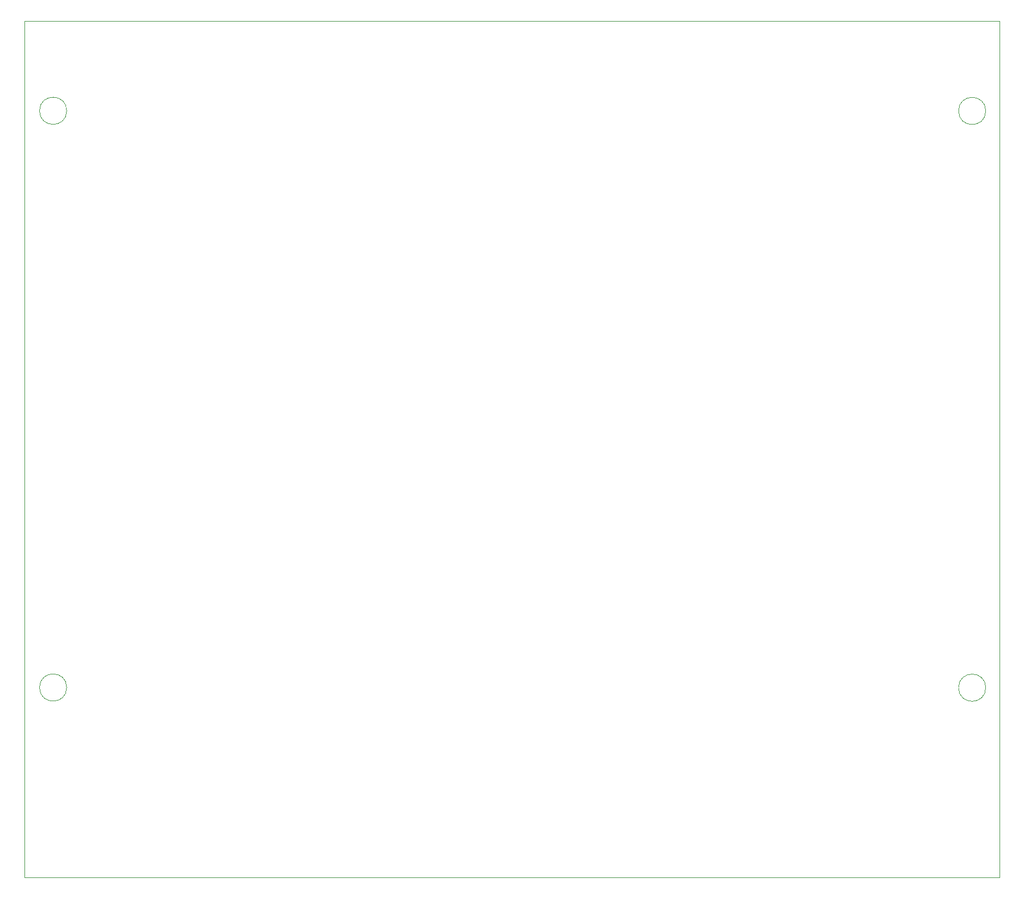
<source format=gbr>
%TF.GenerationSoftware,KiCad,Pcbnew,9.0.2*%
%TF.CreationDate,2025-07-16T23:03:39+02:00*%
%TF.ProjectId,cargo-vent_cargo-smoke,63617267-6f2d-4766-956e-745f63617267,rev?*%
%TF.SameCoordinates,Original*%
%TF.FileFunction,Profile,NP*%
%FSLAX46Y46*%
G04 Gerber Fmt 4.6, Leading zero omitted, Abs format (unit mm)*
G04 Created by KiCad (PCBNEW 9.0.2) date 2025-07-16 23:03:39*
%MOMM*%
%LPD*%
G01*
G04 APERTURE LIST*
%TA.AperFunction,Profile*%
%ADD10C,0.050000*%
%TD*%
G04 APERTURE END LIST*
D10*
X144774846Y-116325154D02*
G75*
G02*
X140725154Y-116325154I-2024846J0D01*
G01*
X140725154Y-116325154D02*
G75*
G02*
X144774846Y-116325154I2024846J0D01*
G01*
X144774846Y-202200154D02*
G75*
G02*
X140725154Y-202200154I-2024846J0D01*
G01*
X140725154Y-202200154D02*
G75*
G02*
X144774846Y-202200154I2024846J0D01*
G01*
X138500000Y-103000000D02*
X283500000Y-103000000D01*
X283500000Y-230475000D01*
X138500000Y-230475000D01*
X138500000Y-103000000D01*
X281474846Y-202225154D02*
G75*
G02*
X277425154Y-202225154I-2024846J0D01*
G01*
X277425154Y-202225154D02*
G75*
G02*
X281474846Y-202225154I2024846J0D01*
G01*
X281474846Y-116350154D02*
G75*
G02*
X277425154Y-116350154I-2024846J0D01*
G01*
X277425154Y-116350154D02*
G75*
G02*
X281474846Y-116350154I2024846J0D01*
G01*
M02*

</source>
